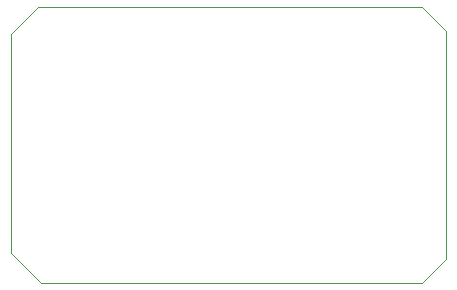
<source format=gbr>
%TF.GenerationSoftware,KiCad,Pcbnew,5.1.10-88a1d61d58~89~ubuntu20.04.1*%
%TF.CreationDate,2021-12-18T07:17:50+01:00*%
%TF.ProjectId,PowerBankAlwaysActive,506f7765-7242-4616-9e6b-416c77617973,rev?*%
%TF.SameCoordinates,Original*%
%TF.FileFunction,Profile,NP*%
%FSLAX46Y46*%
G04 Gerber Fmt 4.6, Leading zero omitted, Abs format (unit mm)*
G04 Created by KiCad (PCBNEW 5.1.10-88a1d61d58~89~ubuntu20.04.1) date 2021-12-18 07:17:50*
%MOMM*%
%LPD*%
G01*
G04 APERTURE LIST*
%TA.AperFunction,Profile*%
%ADD10C,0.050000*%
%TD*%
G04 APERTURE END LIST*
D10*
X24362000Y-45498000D02*
X21822000Y-42958000D01*
X56620000Y-45498000D02*
X24362000Y-45498000D01*
X58652000Y-43466000D02*
X56620000Y-45498000D01*
X58652000Y-24162000D02*
X58652000Y-43466000D01*
X56620000Y-22130000D02*
X58652000Y-24162000D01*
X55096000Y-22130000D02*
X56620000Y-22130000D01*
X54334000Y-22130000D02*
X55096000Y-22130000D01*
X24108000Y-22130000D02*
X54334000Y-22130000D01*
X21822000Y-24416000D02*
X24108000Y-22130000D01*
X21822000Y-42958000D02*
X21822000Y-24416000D01*
M02*

</source>
